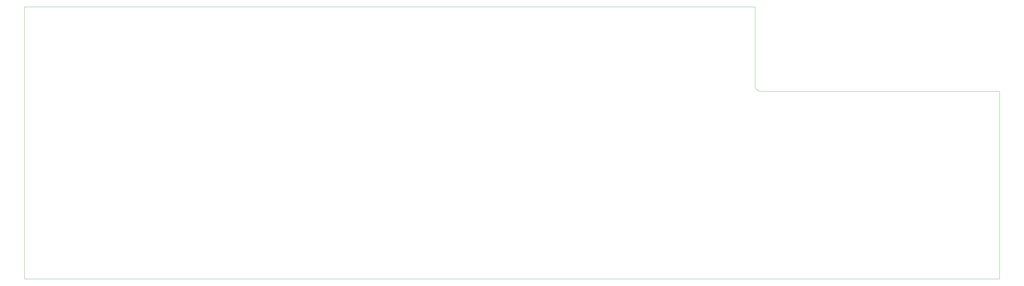
<source format=gbr>
%TF.GenerationSoftware,KiCad,Pcbnew,8.0.1*%
%TF.CreationDate,2024-03-25T22:30:46+11:00*%
%TF.ProjectId,System Memory Board,53797374-656d-4204-9d65-6d6f72792042,rev?*%
%TF.SameCoordinates,Original*%
%TF.FileFunction,Profile,NP*%
%FSLAX46Y46*%
G04 Gerber Fmt 4.6, Leading zero omitted, Abs format (unit mm)*
G04 Created by KiCad (PCBNEW 8.0.1) date 2024-03-25 22:30:46*
%MOMM*%
%LPD*%
G01*
G04 APERTURE LIST*
%TA.AperFunction,Profile*%
%ADD10C,0.100000*%
%TD*%
G04 APERTURE END LIST*
D10*
X287210000Y-101780000D02*
X369780000Y-101780000D01*
X32490000Y-166910000D02*
X32490000Y-72465000D01*
X287210000Y-101779999D02*
G75*
G02*
X285175001Y-99730000I7500J2042499D01*
G01*
X285175000Y-72465000D02*
X285175000Y-99730000D01*
X32490000Y-166910000D02*
X369780000Y-166910000D01*
X285175000Y-72465000D02*
X32490000Y-72465000D01*
X369780000Y-166910000D02*
X369780000Y-101780000D01*
M02*

</source>
